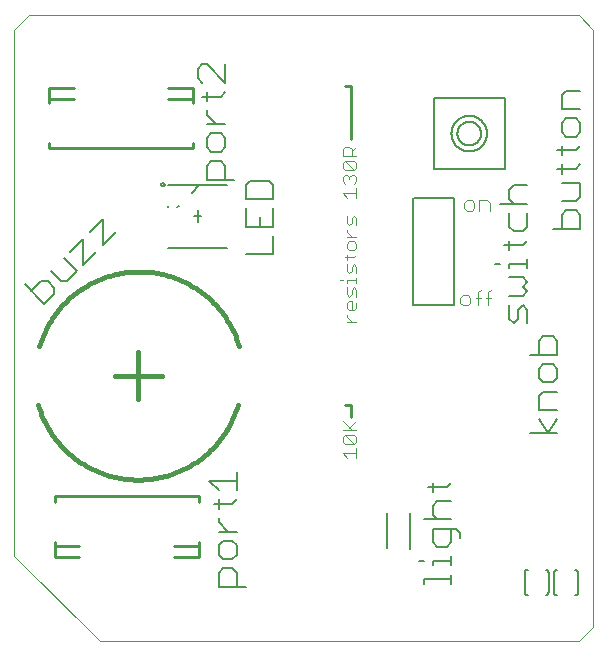
<source format=gto>
G75*
%MOIN*%
%OFA0B0*%
%FSLAX25Y25*%
%IPPOS*%
%LPD*%
%AMOC8*
5,1,8,0,0,1.08239X$1,22.5*
%
%ADD10C,0.00004*%
%ADD11C,0.00800*%
%ADD12C,0.00400*%
%ADD13C,0.01000*%
%ADD14C,0.00500*%
%ADD15C,0.01600*%
%ADD16C,0.01575*%
D10*
X0008874Y0037220D02*
X0037220Y0008874D01*
X0197063Y0008874D01*
X0201787Y0013598D01*
X0201787Y0212811D01*
X0197063Y0217535D01*
X0013598Y0217535D01*
X0008874Y0212811D01*
X0008874Y0037220D01*
D11*
X0075352Y0054646D02*
X0081491Y0054646D01*
X0083025Y0056180D01*
X0083025Y0059250D02*
X0083025Y0065388D01*
X0083025Y0062319D02*
X0073817Y0062319D01*
X0076887Y0059250D01*
X0076887Y0056180D02*
X0076887Y0053111D01*
X0076887Y0050042D02*
X0076887Y0048507D01*
X0079956Y0045438D01*
X0083025Y0045438D02*
X0076887Y0045438D01*
X0078421Y0042368D02*
X0076887Y0040834D01*
X0076887Y0037765D01*
X0078421Y0036230D01*
X0081491Y0036230D01*
X0083025Y0037765D01*
X0083025Y0040834D01*
X0081491Y0042368D01*
X0078421Y0042368D01*
X0078421Y0033161D02*
X0081491Y0033161D01*
X0083025Y0031626D01*
X0083025Y0027022D01*
X0086094Y0027022D02*
X0076887Y0027022D01*
X0076887Y0031626D01*
X0078421Y0033161D01*
X0133008Y0039937D02*
X0133008Y0051591D01*
X0140724Y0051591D02*
X0140724Y0039819D01*
X0143684Y0035730D02*
X0145219Y0035730D01*
X0148288Y0035730D02*
X0154427Y0035730D01*
X0154427Y0034195D02*
X0154427Y0037265D01*
X0152892Y0040334D02*
X0154427Y0041868D01*
X0154427Y0046472D01*
X0155961Y0046472D02*
X0157496Y0044938D01*
X0157496Y0043403D01*
X0155961Y0046472D02*
X0148288Y0046472D01*
X0148288Y0041868D01*
X0149823Y0040334D01*
X0152892Y0040334D01*
X0148288Y0035730D02*
X0148288Y0034195D01*
X0145219Y0029591D02*
X0154427Y0029591D01*
X0154427Y0028057D02*
X0154427Y0031126D01*
X0145219Y0029591D02*
X0145219Y0028057D01*
X0145219Y0049542D02*
X0154427Y0049542D01*
X0149823Y0049542D02*
X0148288Y0051076D01*
X0148288Y0054146D01*
X0149823Y0055680D01*
X0154427Y0055680D01*
X0152892Y0060284D02*
X0154427Y0061819D01*
X0152892Y0060284D02*
X0146754Y0060284D01*
X0148288Y0058750D02*
X0148288Y0061819D01*
X0178890Y0031809D02*
X0178890Y0025309D01*
X0178892Y0025249D01*
X0178897Y0025188D01*
X0178906Y0025129D01*
X0178919Y0025070D01*
X0178935Y0025011D01*
X0178955Y0024954D01*
X0178978Y0024899D01*
X0179005Y0024844D01*
X0179034Y0024792D01*
X0179067Y0024741D01*
X0179103Y0024692D01*
X0179141Y0024646D01*
X0179183Y0024602D01*
X0179227Y0024560D01*
X0179273Y0024522D01*
X0179322Y0024486D01*
X0179373Y0024453D01*
X0179425Y0024424D01*
X0179480Y0024397D01*
X0179535Y0024374D01*
X0179592Y0024354D01*
X0179651Y0024338D01*
X0179710Y0024325D01*
X0179769Y0024316D01*
X0179830Y0024311D01*
X0179890Y0024309D01*
X0185890Y0024309D02*
X0185950Y0024311D01*
X0186011Y0024316D01*
X0186070Y0024325D01*
X0186129Y0024338D01*
X0186188Y0024354D01*
X0186245Y0024374D01*
X0186300Y0024397D01*
X0186355Y0024424D01*
X0186407Y0024453D01*
X0186458Y0024486D01*
X0186507Y0024522D01*
X0186553Y0024560D01*
X0186597Y0024602D01*
X0186639Y0024646D01*
X0186677Y0024692D01*
X0186713Y0024741D01*
X0186746Y0024792D01*
X0186775Y0024844D01*
X0186802Y0024899D01*
X0186825Y0024954D01*
X0186845Y0025011D01*
X0186861Y0025070D01*
X0186874Y0025129D01*
X0186883Y0025188D01*
X0186888Y0025249D01*
X0186890Y0025309D01*
X0186890Y0031809D01*
X0186888Y0031869D01*
X0186883Y0031930D01*
X0186874Y0031989D01*
X0186861Y0032048D01*
X0186845Y0032107D01*
X0186825Y0032164D01*
X0186802Y0032219D01*
X0186775Y0032274D01*
X0186746Y0032326D01*
X0186713Y0032377D01*
X0186677Y0032426D01*
X0186639Y0032472D01*
X0186597Y0032516D01*
X0186553Y0032558D01*
X0186507Y0032596D01*
X0186458Y0032632D01*
X0186407Y0032665D01*
X0186355Y0032694D01*
X0186300Y0032721D01*
X0186245Y0032744D01*
X0186188Y0032764D01*
X0186129Y0032780D01*
X0186070Y0032793D01*
X0186011Y0032802D01*
X0185950Y0032807D01*
X0185890Y0032809D01*
X0188732Y0031809D02*
X0188732Y0025309D01*
X0188734Y0025249D01*
X0188739Y0025188D01*
X0188748Y0025129D01*
X0188761Y0025070D01*
X0188777Y0025011D01*
X0188797Y0024954D01*
X0188820Y0024899D01*
X0188847Y0024844D01*
X0188876Y0024792D01*
X0188909Y0024741D01*
X0188945Y0024692D01*
X0188983Y0024646D01*
X0189025Y0024602D01*
X0189069Y0024560D01*
X0189115Y0024522D01*
X0189164Y0024486D01*
X0189215Y0024453D01*
X0189267Y0024424D01*
X0189322Y0024397D01*
X0189377Y0024374D01*
X0189434Y0024354D01*
X0189493Y0024338D01*
X0189552Y0024325D01*
X0189611Y0024316D01*
X0189672Y0024311D01*
X0189732Y0024309D01*
X0195732Y0024309D02*
X0195792Y0024311D01*
X0195853Y0024316D01*
X0195912Y0024325D01*
X0195971Y0024338D01*
X0196030Y0024354D01*
X0196087Y0024374D01*
X0196142Y0024397D01*
X0196197Y0024424D01*
X0196249Y0024453D01*
X0196300Y0024486D01*
X0196349Y0024522D01*
X0196395Y0024560D01*
X0196439Y0024602D01*
X0196481Y0024646D01*
X0196519Y0024692D01*
X0196555Y0024741D01*
X0196588Y0024792D01*
X0196617Y0024844D01*
X0196644Y0024899D01*
X0196667Y0024954D01*
X0196687Y0025011D01*
X0196703Y0025070D01*
X0196716Y0025129D01*
X0196725Y0025188D01*
X0196730Y0025249D01*
X0196732Y0025309D01*
X0196732Y0031809D01*
X0196730Y0031869D01*
X0196725Y0031930D01*
X0196716Y0031989D01*
X0196703Y0032048D01*
X0196687Y0032107D01*
X0196667Y0032164D01*
X0196644Y0032219D01*
X0196617Y0032274D01*
X0196588Y0032326D01*
X0196555Y0032377D01*
X0196519Y0032426D01*
X0196481Y0032472D01*
X0196439Y0032516D01*
X0196395Y0032558D01*
X0196349Y0032596D01*
X0196300Y0032632D01*
X0196249Y0032665D01*
X0196197Y0032694D01*
X0196142Y0032721D01*
X0196087Y0032744D01*
X0196030Y0032764D01*
X0195971Y0032780D01*
X0195912Y0032793D01*
X0195853Y0032802D01*
X0195792Y0032807D01*
X0195732Y0032809D01*
X0189732Y0032809D02*
X0189672Y0032807D01*
X0189611Y0032802D01*
X0189552Y0032793D01*
X0189493Y0032780D01*
X0189434Y0032764D01*
X0189377Y0032744D01*
X0189322Y0032721D01*
X0189267Y0032694D01*
X0189215Y0032665D01*
X0189164Y0032632D01*
X0189115Y0032596D01*
X0189069Y0032558D01*
X0189025Y0032516D01*
X0188983Y0032472D01*
X0188945Y0032426D01*
X0188909Y0032377D01*
X0188876Y0032326D01*
X0188847Y0032274D01*
X0188820Y0032219D01*
X0188797Y0032164D01*
X0188777Y0032107D01*
X0188761Y0032048D01*
X0188748Y0031989D01*
X0188739Y0031930D01*
X0188734Y0031869D01*
X0188732Y0031809D01*
X0179890Y0032809D02*
X0179830Y0032807D01*
X0179769Y0032802D01*
X0179710Y0032793D01*
X0179651Y0032780D01*
X0179592Y0032764D01*
X0179535Y0032744D01*
X0179480Y0032721D01*
X0179425Y0032694D01*
X0179373Y0032665D01*
X0179322Y0032632D01*
X0179273Y0032596D01*
X0179227Y0032558D01*
X0179183Y0032516D01*
X0179141Y0032472D01*
X0179103Y0032426D01*
X0179067Y0032377D01*
X0179034Y0032326D01*
X0179005Y0032274D01*
X0178978Y0032219D01*
X0178955Y0032164D01*
X0178935Y0032107D01*
X0178919Y0032048D01*
X0178906Y0031989D01*
X0178897Y0031930D01*
X0178892Y0031869D01*
X0178890Y0031809D01*
X0180565Y0078300D02*
X0189773Y0078300D01*
X0186704Y0078300D02*
X0189773Y0082904D01*
X0189773Y0085973D02*
X0183635Y0085973D01*
X0183635Y0090577D01*
X0185169Y0092112D01*
X0189773Y0092112D01*
X0188239Y0095181D02*
X0189773Y0096716D01*
X0189773Y0099785D01*
X0188239Y0101320D01*
X0185169Y0101320D01*
X0183635Y0099785D01*
X0183635Y0096716D01*
X0185169Y0095181D01*
X0188239Y0095181D01*
X0189773Y0104389D02*
X0180565Y0104389D01*
X0183635Y0104389D02*
X0183635Y0108993D01*
X0185169Y0110528D01*
X0188239Y0110528D01*
X0189773Y0108993D01*
X0189773Y0104389D01*
X0179860Y0114858D02*
X0179860Y0119462D01*
X0178325Y0120997D01*
X0176791Y0119462D01*
X0176791Y0116393D01*
X0175256Y0114858D01*
X0173721Y0116393D01*
X0173721Y0120997D01*
X0173721Y0124066D02*
X0178325Y0124066D01*
X0179860Y0125601D01*
X0178325Y0127135D01*
X0179860Y0128670D01*
X0178325Y0130205D01*
X0173721Y0130205D01*
X0173721Y0133274D02*
X0173721Y0134809D01*
X0179860Y0134809D01*
X0179860Y0136343D02*
X0179860Y0133274D01*
X0173721Y0139413D02*
X0173721Y0142482D01*
X0172187Y0140947D02*
X0178325Y0140947D01*
X0179860Y0142482D01*
X0178325Y0145551D02*
X0175256Y0145551D01*
X0173721Y0147086D01*
X0173721Y0151690D01*
X0175256Y0154759D02*
X0173721Y0156294D01*
X0173721Y0159363D01*
X0175256Y0160898D01*
X0179860Y0160898D01*
X0179860Y0154759D02*
X0170652Y0154759D01*
X0179860Y0151690D02*
X0179860Y0147086D01*
X0178325Y0145551D01*
X0188243Y0146402D02*
X0197450Y0146402D01*
X0197450Y0151006D01*
X0195916Y0152540D01*
X0192846Y0152540D01*
X0191312Y0151006D01*
X0191312Y0146402D01*
X0191312Y0155609D02*
X0195916Y0155609D01*
X0197450Y0157144D01*
X0197450Y0161748D01*
X0191312Y0161748D01*
X0191312Y0164817D02*
X0191312Y0167887D01*
X0189777Y0166352D02*
X0195916Y0166352D01*
X0197450Y0167887D01*
X0195916Y0172491D02*
X0197450Y0174025D01*
X0195916Y0172491D02*
X0189777Y0172491D01*
X0191312Y0170956D02*
X0191312Y0174025D01*
X0192846Y0177094D02*
X0191312Y0178629D01*
X0191312Y0181698D01*
X0192846Y0183233D01*
X0195916Y0183233D01*
X0197450Y0181698D01*
X0197450Y0178629D01*
X0195916Y0177094D01*
X0192846Y0177094D01*
X0191312Y0186302D02*
X0191312Y0190906D01*
X0192846Y0192441D01*
X0197450Y0192441D01*
X0197450Y0186302D02*
X0191312Y0186302D01*
X0170652Y0134809D02*
X0169117Y0134809D01*
X0183635Y0082904D02*
X0186704Y0078300D01*
X0095198Y0137887D02*
X0095198Y0144025D01*
X0095198Y0147094D02*
X0095198Y0153233D01*
X0095198Y0156302D02*
X0095198Y0160906D01*
X0093664Y0162441D01*
X0087525Y0162441D01*
X0085991Y0160906D01*
X0085991Y0156302D01*
X0095198Y0156302D01*
X0090595Y0150164D02*
X0090595Y0147094D01*
X0095198Y0147094D02*
X0085991Y0147094D01*
X0085991Y0153233D01*
X0082157Y0162817D02*
X0072950Y0162817D01*
X0072950Y0167421D01*
X0074484Y0168956D01*
X0077554Y0168956D01*
X0079088Y0167421D01*
X0079088Y0162817D01*
X0077554Y0172025D02*
X0074484Y0172025D01*
X0072950Y0173560D01*
X0072950Y0176629D01*
X0074484Y0178164D01*
X0077554Y0178164D01*
X0079088Y0176629D01*
X0079088Y0173560D01*
X0077554Y0172025D01*
X0079088Y0181233D02*
X0072950Y0181233D01*
X0076019Y0181233D02*
X0072950Y0184302D01*
X0072950Y0185837D01*
X0072950Y0188906D02*
X0072950Y0191976D01*
X0071415Y0190441D02*
X0077554Y0190441D01*
X0079088Y0191976D01*
X0079088Y0195045D02*
X0072950Y0201183D01*
X0071415Y0201183D01*
X0069880Y0199649D01*
X0069880Y0196579D01*
X0071415Y0195045D01*
X0079088Y0195045D02*
X0079088Y0201183D01*
X0038344Y0149528D02*
X0038344Y0140847D01*
X0042684Y0145187D01*
X0038344Y0149528D02*
X0034003Y0145187D01*
X0031833Y0143017D02*
X0031833Y0134336D01*
X0036174Y0138676D01*
X0031833Y0143017D02*
X0027492Y0138676D01*
X0025322Y0136506D02*
X0029663Y0132165D01*
X0026407Y0128910D01*
X0024237Y0128910D01*
X0020981Y0132165D01*
X0019896Y0128910D02*
X0017726Y0128910D01*
X0014470Y0125654D01*
X0012300Y0127825D02*
X0018811Y0121314D01*
X0022066Y0124569D01*
X0022066Y0126739D01*
X0019896Y0128910D01*
X0085991Y0137887D02*
X0095198Y0137887D01*
D12*
X0117476Y0129185D02*
X0118243Y0129185D01*
X0119778Y0129185D02*
X0122847Y0129185D01*
X0122847Y0128418D02*
X0122847Y0129952D01*
X0122847Y0131487D02*
X0122847Y0133789D01*
X0122080Y0134556D01*
X0121313Y0133789D01*
X0121313Y0132254D01*
X0120545Y0131487D01*
X0119778Y0132254D01*
X0119778Y0134556D01*
X0119778Y0136091D02*
X0119778Y0137626D01*
X0119011Y0136858D02*
X0122080Y0136858D01*
X0122847Y0137626D01*
X0122080Y0139160D02*
X0122847Y0139927D01*
X0122847Y0141462D01*
X0122080Y0142229D01*
X0120545Y0142229D01*
X0119778Y0141462D01*
X0119778Y0139927D01*
X0120545Y0139160D01*
X0122080Y0139160D01*
X0122847Y0143764D02*
X0119778Y0143764D01*
X0121313Y0143764D02*
X0119778Y0145299D01*
X0119778Y0146066D01*
X0120545Y0147601D02*
X0119778Y0148368D01*
X0119778Y0150670D01*
X0121313Y0149903D02*
X0121313Y0148368D01*
X0120545Y0147601D01*
X0122847Y0147601D02*
X0122847Y0149903D01*
X0122080Y0150670D01*
X0121313Y0149903D01*
X0122847Y0156809D02*
X0122847Y0159878D01*
X0122847Y0158343D02*
X0118243Y0158343D01*
X0119778Y0156809D01*
X0119011Y0161412D02*
X0118243Y0162180D01*
X0118243Y0163714D01*
X0119011Y0164482D01*
X0119778Y0164482D01*
X0120545Y0163714D01*
X0121313Y0164482D01*
X0122080Y0164482D01*
X0122847Y0163714D01*
X0122847Y0162180D01*
X0122080Y0161412D01*
X0120545Y0162947D02*
X0120545Y0163714D01*
X0119011Y0166016D02*
X0118243Y0166784D01*
X0118243Y0168318D01*
X0119011Y0169086D01*
X0122080Y0166016D01*
X0122847Y0166784D01*
X0122847Y0168318D01*
X0122080Y0169086D01*
X0119011Y0169086D01*
X0118243Y0170620D02*
X0118243Y0172922D01*
X0119011Y0173690D01*
X0120545Y0173690D01*
X0121313Y0172922D01*
X0121313Y0170620D01*
X0122847Y0170620D02*
X0118243Y0170620D01*
X0121313Y0172155D02*
X0122847Y0173690D01*
X0122080Y0166016D02*
X0119011Y0166016D01*
X0119778Y0129185D02*
X0119778Y0128418D01*
X0119778Y0126883D02*
X0119778Y0124581D01*
X0120545Y0123814D01*
X0121313Y0124581D01*
X0121313Y0126116D01*
X0122080Y0126883D01*
X0122847Y0126116D01*
X0122847Y0123814D01*
X0121313Y0122279D02*
X0121313Y0119210D01*
X0122080Y0119210D02*
X0120545Y0119210D01*
X0119778Y0119977D01*
X0119778Y0121512D01*
X0120545Y0122279D01*
X0121313Y0122279D01*
X0122847Y0121512D02*
X0122847Y0119977D01*
X0122080Y0119210D01*
X0119778Y0117675D02*
X0119778Y0116908D01*
X0121313Y0115373D01*
X0122847Y0115373D02*
X0119778Y0115373D01*
X0118243Y0082375D02*
X0121313Y0079305D01*
X0120545Y0080073D02*
X0122847Y0082375D01*
X0122847Y0079305D02*
X0118243Y0079305D01*
X0119011Y0077771D02*
X0122080Y0074702D01*
X0122847Y0075469D01*
X0122847Y0077004D01*
X0122080Y0077771D01*
X0119011Y0077771D01*
X0118243Y0077004D01*
X0118243Y0075469D01*
X0119011Y0074702D01*
X0122080Y0074702D01*
X0122847Y0073167D02*
X0122847Y0070098D01*
X0122847Y0071632D02*
X0118243Y0071632D01*
X0119778Y0070098D01*
X0158272Y0120854D02*
X0157405Y0121721D01*
X0157405Y0123456D01*
X0158272Y0124323D01*
X0160007Y0124323D01*
X0160874Y0123456D01*
X0160874Y0121721D01*
X0160007Y0120854D01*
X0158272Y0120854D01*
X0162561Y0123456D02*
X0164296Y0123456D01*
X0165999Y0123456D02*
X0167734Y0123456D01*
X0166866Y0125191D02*
X0166866Y0120854D01*
X0163429Y0120854D02*
X0163429Y0125191D01*
X0164296Y0126058D01*
X0166866Y0125191D02*
X0167734Y0126058D01*
X0167306Y0152381D02*
X0167306Y0154983D01*
X0166439Y0155851D01*
X0163837Y0155851D01*
X0163837Y0152381D01*
X0162150Y0153248D02*
X0162150Y0154983D01*
X0161283Y0155851D01*
X0159548Y0155851D01*
X0158680Y0154983D01*
X0158680Y0153248D01*
X0159548Y0152381D01*
X0161283Y0152381D01*
X0162150Y0153248D01*
D13*
X0121079Y0176197D02*
X0121079Y0193913D01*
X0119110Y0193913D01*
X0068323Y0193232D02*
X0068323Y0189689D01*
X0068323Y0188205D01*
X0068323Y0189689D02*
X0060055Y0189689D01*
X0060055Y0193232D02*
X0068323Y0193232D01*
X0068323Y0175016D02*
X0068323Y0173244D01*
X0068323Y0173154D02*
X0020291Y0173154D01*
X0020291Y0173244D02*
X0020291Y0175016D01*
X0020291Y0188205D02*
X0020291Y0189689D01*
X0020291Y0193232D01*
X0028559Y0193232D01*
X0028559Y0189689D02*
X0020291Y0189689D01*
X0119110Y0087614D02*
X0121079Y0087614D01*
X0121079Y0083677D01*
X0070291Y0057193D02*
X0022260Y0057193D01*
X0022260Y0057102D02*
X0022260Y0055331D01*
X0022260Y0042142D02*
X0022260Y0040657D01*
X0022260Y0037114D01*
X0030528Y0037114D01*
X0030528Y0040657D02*
X0022260Y0040657D01*
X0062024Y0040657D02*
X0070291Y0040657D01*
X0070291Y0042142D01*
X0070291Y0040657D02*
X0070291Y0037114D01*
X0062024Y0037114D01*
X0070291Y0055331D02*
X0070291Y0057102D01*
D14*
X0141748Y0121079D02*
X0141748Y0156512D01*
X0141945Y0156512D02*
X0155331Y0156512D01*
X0155528Y0156512D02*
X0155528Y0121079D01*
X0155331Y0121079D02*
X0141945Y0121079D01*
X0148638Y0166354D02*
X0148638Y0189976D01*
X0172260Y0189976D01*
X0172260Y0166354D01*
X0148638Y0166354D01*
X0156512Y0178165D02*
X0156514Y0178290D01*
X0156520Y0178415D01*
X0156530Y0178539D01*
X0156544Y0178663D01*
X0156561Y0178787D01*
X0156583Y0178910D01*
X0156609Y0179032D01*
X0156638Y0179154D01*
X0156671Y0179274D01*
X0156709Y0179393D01*
X0156749Y0179512D01*
X0156794Y0179628D01*
X0156842Y0179743D01*
X0156894Y0179857D01*
X0156950Y0179969D01*
X0157009Y0180079D01*
X0157071Y0180187D01*
X0157137Y0180294D01*
X0157206Y0180398D01*
X0157279Y0180499D01*
X0157354Y0180599D01*
X0157433Y0180696D01*
X0157515Y0180790D01*
X0157600Y0180882D01*
X0157687Y0180971D01*
X0157778Y0181057D01*
X0157871Y0181140D01*
X0157967Y0181221D01*
X0158065Y0181298D01*
X0158165Y0181372D01*
X0158268Y0181443D01*
X0158373Y0181510D01*
X0158481Y0181575D01*
X0158590Y0181635D01*
X0158701Y0181693D01*
X0158814Y0181746D01*
X0158928Y0181796D01*
X0159044Y0181843D01*
X0159161Y0181885D01*
X0159280Y0181924D01*
X0159400Y0181960D01*
X0159521Y0181991D01*
X0159643Y0182019D01*
X0159765Y0182042D01*
X0159889Y0182062D01*
X0160013Y0182078D01*
X0160137Y0182090D01*
X0160262Y0182098D01*
X0160387Y0182102D01*
X0160511Y0182102D01*
X0160636Y0182098D01*
X0160761Y0182090D01*
X0160885Y0182078D01*
X0161009Y0182062D01*
X0161133Y0182042D01*
X0161255Y0182019D01*
X0161377Y0181991D01*
X0161498Y0181960D01*
X0161618Y0181924D01*
X0161737Y0181885D01*
X0161854Y0181843D01*
X0161970Y0181796D01*
X0162084Y0181746D01*
X0162197Y0181693D01*
X0162308Y0181635D01*
X0162418Y0181575D01*
X0162525Y0181510D01*
X0162630Y0181443D01*
X0162733Y0181372D01*
X0162833Y0181298D01*
X0162931Y0181221D01*
X0163027Y0181140D01*
X0163120Y0181057D01*
X0163211Y0180971D01*
X0163298Y0180882D01*
X0163383Y0180790D01*
X0163465Y0180696D01*
X0163544Y0180599D01*
X0163619Y0180499D01*
X0163692Y0180398D01*
X0163761Y0180294D01*
X0163827Y0180187D01*
X0163889Y0180079D01*
X0163948Y0179969D01*
X0164004Y0179857D01*
X0164056Y0179743D01*
X0164104Y0179628D01*
X0164149Y0179512D01*
X0164189Y0179393D01*
X0164227Y0179274D01*
X0164260Y0179154D01*
X0164289Y0179032D01*
X0164315Y0178910D01*
X0164337Y0178787D01*
X0164354Y0178663D01*
X0164368Y0178539D01*
X0164378Y0178415D01*
X0164384Y0178290D01*
X0164386Y0178165D01*
X0164384Y0178040D01*
X0164378Y0177915D01*
X0164368Y0177791D01*
X0164354Y0177667D01*
X0164337Y0177543D01*
X0164315Y0177420D01*
X0164289Y0177298D01*
X0164260Y0177176D01*
X0164227Y0177056D01*
X0164189Y0176937D01*
X0164149Y0176818D01*
X0164104Y0176702D01*
X0164056Y0176587D01*
X0164004Y0176473D01*
X0163948Y0176361D01*
X0163889Y0176251D01*
X0163827Y0176143D01*
X0163761Y0176036D01*
X0163692Y0175932D01*
X0163619Y0175831D01*
X0163544Y0175731D01*
X0163465Y0175634D01*
X0163383Y0175540D01*
X0163298Y0175448D01*
X0163211Y0175359D01*
X0163120Y0175273D01*
X0163027Y0175190D01*
X0162931Y0175109D01*
X0162833Y0175032D01*
X0162733Y0174958D01*
X0162630Y0174887D01*
X0162525Y0174820D01*
X0162417Y0174755D01*
X0162308Y0174695D01*
X0162197Y0174637D01*
X0162084Y0174584D01*
X0161970Y0174534D01*
X0161854Y0174487D01*
X0161737Y0174445D01*
X0161618Y0174406D01*
X0161498Y0174370D01*
X0161377Y0174339D01*
X0161255Y0174311D01*
X0161133Y0174288D01*
X0161009Y0174268D01*
X0160885Y0174252D01*
X0160761Y0174240D01*
X0160636Y0174232D01*
X0160511Y0174228D01*
X0160387Y0174228D01*
X0160262Y0174232D01*
X0160137Y0174240D01*
X0160013Y0174252D01*
X0159889Y0174268D01*
X0159765Y0174288D01*
X0159643Y0174311D01*
X0159521Y0174339D01*
X0159400Y0174370D01*
X0159280Y0174406D01*
X0159161Y0174445D01*
X0159044Y0174487D01*
X0158928Y0174534D01*
X0158814Y0174584D01*
X0158701Y0174637D01*
X0158590Y0174695D01*
X0158480Y0174755D01*
X0158373Y0174820D01*
X0158268Y0174887D01*
X0158165Y0174958D01*
X0158065Y0175032D01*
X0157967Y0175109D01*
X0157871Y0175190D01*
X0157778Y0175273D01*
X0157687Y0175359D01*
X0157600Y0175448D01*
X0157515Y0175540D01*
X0157433Y0175634D01*
X0157354Y0175731D01*
X0157279Y0175831D01*
X0157206Y0175932D01*
X0157137Y0176036D01*
X0157071Y0176143D01*
X0157009Y0176251D01*
X0156950Y0176361D01*
X0156894Y0176473D01*
X0156842Y0176587D01*
X0156794Y0176702D01*
X0156749Y0176818D01*
X0156709Y0176937D01*
X0156671Y0177056D01*
X0156638Y0177176D01*
X0156609Y0177298D01*
X0156583Y0177420D01*
X0156561Y0177543D01*
X0156544Y0177667D01*
X0156530Y0177791D01*
X0156520Y0177915D01*
X0156514Y0178040D01*
X0156512Y0178165D01*
X0154530Y0178165D02*
X0154532Y0178319D01*
X0154538Y0178472D01*
X0154548Y0178626D01*
X0154562Y0178779D01*
X0154580Y0178931D01*
X0154602Y0179083D01*
X0154627Y0179235D01*
X0154657Y0179386D01*
X0154691Y0179536D01*
X0154728Y0179685D01*
X0154770Y0179833D01*
X0154815Y0179979D01*
X0154864Y0180125D01*
X0154917Y0180269D01*
X0154973Y0180412D01*
X0155033Y0180554D01*
X0155097Y0180694D01*
X0155165Y0180832D01*
X0155236Y0180968D01*
X0155310Y0181102D01*
X0155388Y0181235D01*
X0155470Y0181365D01*
X0155554Y0181493D01*
X0155642Y0181619D01*
X0155734Y0181743D01*
X0155828Y0181864D01*
X0155926Y0181983D01*
X0156026Y0182099D01*
X0156130Y0182212D01*
X0156237Y0182323D01*
X0156346Y0182431D01*
X0156458Y0182536D01*
X0156573Y0182638D01*
X0156690Y0182737D01*
X0156810Y0182833D01*
X0156933Y0182926D01*
X0157057Y0183016D01*
X0157185Y0183102D01*
X0157314Y0183186D01*
X0157445Y0183265D01*
X0157579Y0183341D01*
X0157714Y0183414D01*
X0157851Y0183483D01*
X0157990Y0183549D01*
X0158131Y0183611D01*
X0158273Y0183669D01*
X0158417Y0183724D01*
X0158562Y0183775D01*
X0158708Y0183822D01*
X0158855Y0183865D01*
X0159004Y0183905D01*
X0159153Y0183940D01*
X0159304Y0183972D01*
X0159455Y0184000D01*
X0159607Y0184024D01*
X0159759Y0184044D01*
X0159912Y0184060D01*
X0160065Y0184072D01*
X0160219Y0184080D01*
X0160372Y0184084D01*
X0160526Y0184084D01*
X0160679Y0184080D01*
X0160833Y0184072D01*
X0160986Y0184060D01*
X0161139Y0184044D01*
X0161291Y0184024D01*
X0161443Y0184000D01*
X0161594Y0183972D01*
X0161745Y0183940D01*
X0161894Y0183905D01*
X0162043Y0183865D01*
X0162190Y0183822D01*
X0162336Y0183775D01*
X0162481Y0183724D01*
X0162625Y0183669D01*
X0162767Y0183611D01*
X0162908Y0183549D01*
X0163047Y0183483D01*
X0163184Y0183414D01*
X0163319Y0183341D01*
X0163453Y0183265D01*
X0163584Y0183186D01*
X0163713Y0183102D01*
X0163841Y0183016D01*
X0163965Y0182926D01*
X0164088Y0182833D01*
X0164208Y0182737D01*
X0164325Y0182638D01*
X0164440Y0182536D01*
X0164552Y0182431D01*
X0164661Y0182323D01*
X0164768Y0182212D01*
X0164872Y0182099D01*
X0164972Y0181983D01*
X0165070Y0181864D01*
X0165164Y0181743D01*
X0165256Y0181619D01*
X0165344Y0181493D01*
X0165428Y0181365D01*
X0165510Y0181235D01*
X0165588Y0181102D01*
X0165662Y0180968D01*
X0165733Y0180832D01*
X0165801Y0180694D01*
X0165865Y0180554D01*
X0165925Y0180412D01*
X0165981Y0180269D01*
X0166034Y0180125D01*
X0166083Y0179979D01*
X0166128Y0179833D01*
X0166170Y0179685D01*
X0166207Y0179536D01*
X0166241Y0179386D01*
X0166271Y0179235D01*
X0166296Y0179083D01*
X0166318Y0178931D01*
X0166336Y0178779D01*
X0166350Y0178626D01*
X0166360Y0178472D01*
X0166366Y0178319D01*
X0166368Y0178165D01*
X0166366Y0178011D01*
X0166360Y0177858D01*
X0166350Y0177704D01*
X0166336Y0177551D01*
X0166318Y0177399D01*
X0166296Y0177247D01*
X0166271Y0177095D01*
X0166241Y0176944D01*
X0166207Y0176794D01*
X0166170Y0176645D01*
X0166128Y0176497D01*
X0166083Y0176351D01*
X0166034Y0176205D01*
X0165981Y0176061D01*
X0165925Y0175918D01*
X0165865Y0175776D01*
X0165801Y0175636D01*
X0165733Y0175498D01*
X0165662Y0175362D01*
X0165588Y0175228D01*
X0165510Y0175095D01*
X0165428Y0174965D01*
X0165344Y0174837D01*
X0165256Y0174711D01*
X0165164Y0174587D01*
X0165070Y0174466D01*
X0164972Y0174347D01*
X0164872Y0174231D01*
X0164768Y0174118D01*
X0164661Y0174007D01*
X0164552Y0173899D01*
X0164440Y0173794D01*
X0164325Y0173692D01*
X0164208Y0173593D01*
X0164088Y0173497D01*
X0163965Y0173404D01*
X0163841Y0173314D01*
X0163713Y0173228D01*
X0163584Y0173144D01*
X0163453Y0173065D01*
X0163319Y0172989D01*
X0163184Y0172916D01*
X0163047Y0172847D01*
X0162908Y0172781D01*
X0162767Y0172719D01*
X0162625Y0172661D01*
X0162481Y0172606D01*
X0162336Y0172555D01*
X0162190Y0172508D01*
X0162043Y0172465D01*
X0161894Y0172425D01*
X0161745Y0172390D01*
X0161594Y0172358D01*
X0161443Y0172330D01*
X0161291Y0172306D01*
X0161139Y0172286D01*
X0160986Y0172270D01*
X0160833Y0172258D01*
X0160679Y0172250D01*
X0160526Y0172246D01*
X0160372Y0172246D01*
X0160219Y0172250D01*
X0160065Y0172258D01*
X0159912Y0172270D01*
X0159759Y0172286D01*
X0159607Y0172306D01*
X0159455Y0172330D01*
X0159304Y0172358D01*
X0159153Y0172390D01*
X0159004Y0172425D01*
X0158855Y0172465D01*
X0158708Y0172508D01*
X0158562Y0172555D01*
X0158417Y0172606D01*
X0158273Y0172661D01*
X0158131Y0172719D01*
X0157990Y0172781D01*
X0157851Y0172847D01*
X0157714Y0172916D01*
X0157579Y0172989D01*
X0157445Y0173065D01*
X0157314Y0173144D01*
X0157185Y0173228D01*
X0157057Y0173314D01*
X0156933Y0173404D01*
X0156810Y0173497D01*
X0156690Y0173593D01*
X0156573Y0173692D01*
X0156458Y0173794D01*
X0156346Y0173899D01*
X0156237Y0174007D01*
X0156130Y0174118D01*
X0156026Y0174231D01*
X0155926Y0174347D01*
X0155828Y0174466D01*
X0155734Y0174587D01*
X0155642Y0174711D01*
X0155554Y0174837D01*
X0155470Y0174965D01*
X0155388Y0175095D01*
X0155310Y0175228D01*
X0155236Y0175362D01*
X0155165Y0175498D01*
X0155097Y0175636D01*
X0155033Y0175776D01*
X0154973Y0175918D01*
X0154917Y0176061D01*
X0154864Y0176205D01*
X0154815Y0176351D01*
X0154770Y0176497D01*
X0154728Y0176645D01*
X0154691Y0176794D01*
X0154657Y0176944D01*
X0154627Y0177095D01*
X0154602Y0177247D01*
X0154580Y0177399D01*
X0154562Y0177551D01*
X0154548Y0177704D01*
X0154538Y0177858D01*
X0154532Y0178011D01*
X0154530Y0178165D01*
X0079740Y0160843D02*
X0070291Y0160843D01*
X0067929Y0158480D01*
X0070291Y0160843D02*
X0060055Y0160843D01*
X0057789Y0161189D02*
X0057791Y0161236D01*
X0057797Y0161282D01*
X0057806Y0161328D01*
X0057820Y0161372D01*
X0057837Y0161416D01*
X0057858Y0161457D01*
X0057882Y0161497D01*
X0057909Y0161535D01*
X0057940Y0161570D01*
X0057973Y0161603D01*
X0058009Y0161633D01*
X0058048Y0161659D01*
X0058088Y0161683D01*
X0058130Y0161702D01*
X0058174Y0161719D01*
X0058219Y0161731D01*
X0058265Y0161740D01*
X0058311Y0161745D01*
X0058358Y0161746D01*
X0058404Y0161743D01*
X0058450Y0161736D01*
X0058496Y0161725D01*
X0058540Y0161711D01*
X0058583Y0161693D01*
X0058624Y0161671D01*
X0058664Y0161646D01*
X0058701Y0161618D01*
X0058736Y0161587D01*
X0058768Y0161553D01*
X0058797Y0161516D01*
X0058822Y0161478D01*
X0058845Y0161437D01*
X0058864Y0161394D01*
X0058879Y0161350D01*
X0058891Y0161305D01*
X0058899Y0161259D01*
X0058903Y0161212D01*
X0058903Y0161166D01*
X0058899Y0161119D01*
X0058891Y0161073D01*
X0058879Y0161028D01*
X0058864Y0160984D01*
X0058845Y0160941D01*
X0058822Y0160900D01*
X0058797Y0160862D01*
X0058768Y0160825D01*
X0058736Y0160791D01*
X0058701Y0160760D01*
X0058664Y0160732D01*
X0058625Y0160707D01*
X0058583Y0160685D01*
X0058540Y0160667D01*
X0058496Y0160653D01*
X0058450Y0160642D01*
X0058404Y0160635D01*
X0058358Y0160632D01*
X0058311Y0160633D01*
X0058265Y0160638D01*
X0058219Y0160647D01*
X0058174Y0160659D01*
X0058130Y0160676D01*
X0058088Y0160695D01*
X0058048Y0160719D01*
X0058009Y0160745D01*
X0057973Y0160775D01*
X0057940Y0160808D01*
X0057909Y0160843D01*
X0057882Y0160881D01*
X0057858Y0160921D01*
X0057837Y0160962D01*
X0057820Y0161006D01*
X0057806Y0161050D01*
X0057797Y0161096D01*
X0057791Y0161142D01*
X0057789Y0161189D01*
X0060055Y0154150D02*
X0060055Y0153756D01*
X0063205Y0153756D02*
X0063598Y0154150D01*
X0068717Y0150606D02*
X0071079Y0150606D01*
X0069898Y0148638D02*
X0069898Y0152575D01*
X0079740Y0139976D02*
X0060055Y0139976D01*
D15*
X0050213Y0105331D02*
X0050213Y0089583D01*
D16*
X0017141Y0107299D02*
X0017392Y0108110D01*
X0017662Y0108913D01*
X0017952Y0109710D01*
X0018261Y0110500D01*
X0018589Y0111281D01*
X0018937Y0112055D01*
X0019303Y0112820D01*
X0019688Y0113575D01*
X0020091Y0114321D01*
X0020512Y0115057D01*
X0020951Y0115783D01*
X0021408Y0116497D01*
X0021882Y0117200D01*
X0022373Y0117891D01*
X0022880Y0118570D01*
X0023404Y0119237D01*
X0023945Y0119890D01*
X0024501Y0120530D01*
X0025073Y0121157D01*
X0025659Y0121769D01*
X0026261Y0122366D01*
X0026877Y0122949D01*
X0027507Y0123516D01*
X0028150Y0124068D01*
X0028807Y0124604D01*
X0029477Y0125124D01*
X0030160Y0125627D01*
X0030854Y0126114D01*
X0031560Y0126583D01*
X0032278Y0127035D01*
X0033006Y0127469D01*
X0033745Y0127886D01*
X0034493Y0128284D01*
X0035251Y0128664D01*
X0036019Y0129025D01*
X0036794Y0129367D01*
X0037578Y0129690D01*
X0038370Y0129994D01*
X0039169Y0130279D01*
X0039974Y0130543D01*
X0040786Y0130789D01*
X0041603Y0131014D01*
X0042426Y0131219D01*
X0043253Y0131404D01*
X0044085Y0131569D01*
X0044921Y0131713D01*
X0045759Y0131837D01*
X0046601Y0131940D01*
X0047445Y0132023D01*
X0048291Y0132085D01*
X0049137Y0132127D01*
X0049985Y0132147D01*
X0050833Y0132147D01*
X0051681Y0132127D01*
X0052527Y0132085D01*
X0053373Y0132023D01*
X0054217Y0131940D01*
X0055059Y0131837D01*
X0055897Y0131713D01*
X0056733Y0131569D01*
X0057565Y0131404D01*
X0058392Y0131219D01*
X0059215Y0131014D01*
X0060032Y0130789D01*
X0060844Y0130543D01*
X0061649Y0130279D01*
X0062448Y0129994D01*
X0063240Y0129690D01*
X0064024Y0129367D01*
X0064799Y0129025D01*
X0065567Y0128664D01*
X0066325Y0128284D01*
X0067073Y0127886D01*
X0067812Y0127469D01*
X0068540Y0127035D01*
X0069258Y0126583D01*
X0069964Y0126114D01*
X0070658Y0125627D01*
X0071341Y0125124D01*
X0072011Y0124604D01*
X0072668Y0124068D01*
X0073311Y0123516D01*
X0073941Y0122949D01*
X0074557Y0122366D01*
X0075159Y0121769D01*
X0075745Y0121157D01*
X0076317Y0120530D01*
X0076873Y0119890D01*
X0077414Y0119237D01*
X0077938Y0118570D01*
X0078445Y0117891D01*
X0078936Y0117200D01*
X0079410Y0116497D01*
X0079867Y0115783D01*
X0080306Y0115057D01*
X0080727Y0114321D01*
X0081130Y0113575D01*
X0081515Y0112820D01*
X0081881Y0112055D01*
X0082229Y0111281D01*
X0082557Y0110500D01*
X0082866Y0109710D01*
X0083156Y0108913D01*
X0083426Y0108110D01*
X0083677Y0107299D01*
X0058087Y0097457D02*
X0042339Y0097457D01*
X0016748Y0087615D02*
X0016999Y0086804D01*
X0017269Y0086001D01*
X0017559Y0085204D01*
X0017868Y0084414D01*
X0018196Y0083633D01*
X0018544Y0082859D01*
X0018910Y0082094D01*
X0019295Y0081339D01*
X0019698Y0080593D01*
X0020119Y0079857D01*
X0020558Y0079131D01*
X0021015Y0078417D01*
X0021489Y0077714D01*
X0021980Y0077023D01*
X0022487Y0076344D01*
X0023011Y0075677D01*
X0023552Y0075024D01*
X0024108Y0074384D01*
X0024680Y0073757D01*
X0025266Y0073145D01*
X0025868Y0072548D01*
X0026484Y0071965D01*
X0027114Y0071398D01*
X0027757Y0070846D01*
X0028414Y0070310D01*
X0029084Y0069790D01*
X0029767Y0069287D01*
X0030461Y0068800D01*
X0031167Y0068331D01*
X0031885Y0067879D01*
X0032613Y0067445D01*
X0033352Y0067028D01*
X0034100Y0066630D01*
X0034858Y0066250D01*
X0035626Y0065889D01*
X0036401Y0065547D01*
X0037185Y0065224D01*
X0037977Y0064920D01*
X0038776Y0064635D01*
X0039581Y0064371D01*
X0040393Y0064125D01*
X0041210Y0063900D01*
X0042033Y0063695D01*
X0042860Y0063510D01*
X0043692Y0063345D01*
X0044528Y0063201D01*
X0045366Y0063077D01*
X0046208Y0062974D01*
X0047052Y0062891D01*
X0047898Y0062829D01*
X0048744Y0062787D01*
X0049592Y0062767D01*
X0050440Y0062767D01*
X0051288Y0062787D01*
X0052134Y0062829D01*
X0052980Y0062891D01*
X0053824Y0062974D01*
X0054666Y0063077D01*
X0055504Y0063201D01*
X0056340Y0063345D01*
X0057172Y0063510D01*
X0057999Y0063695D01*
X0058822Y0063900D01*
X0059639Y0064125D01*
X0060451Y0064371D01*
X0061256Y0064635D01*
X0062055Y0064920D01*
X0062847Y0065224D01*
X0063631Y0065547D01*
X0064406Y0065889D01*
X0065174Y0066250D01*
X0065932Y0066630D01*
X0066680Y0067028D01*
X0067419Y0067445D01*
X0068147Y0067879D01*
X0068865Y0068331D01*
X0069571Y0068800D01*
X0070265Y0069287D01*
X0070948Y0069790D01*
X0071618Y0070310D01*
X0072275Y0070846D01*
X0072918Y0071398D01*
X0073548Y0071965D01*
X0074164Y0072548D01*
X0074766Y0073145D01*
X0075352Y0073757D01*
X0075924Y0074384D01*
X0076480Y0075024D01*
X0077021Y0075677D01*
X0077545Y0076344D01*
X0078052Y0077023D01*
X0078543Y0077714D01*
X0079017Y0078417D01*
X0079474Y0079131D01*
X0079913Y0079857D01*
X0080334Y0080593D01*
X0080737Y0081339D01*
X0081122Y0082094D01*
X0081488Y0082859D01*
X0081836Y0083633D01*
X0082164Y0084414D01*
X0082473Y0085204D01*
X0082763Y0086001D01*
X0083033Y0086804D01*
X0083284Y0087615D01*
M02*

</source>
